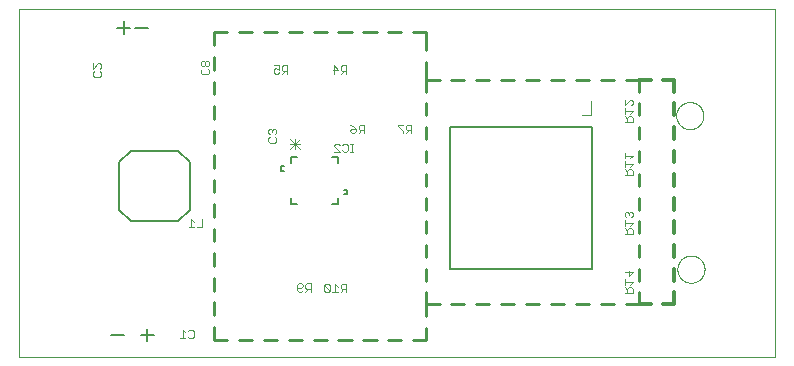
<source format=gbo>
G75*
%MOIN*%
%OFA0B0*%
%FSLAX25Y25*%
%IPPOS*%
%LPD*%
%AMOC8*
5,1,8,0,0,1.08239X$1,22.5*
%
%ADD10C,0.00000*%
%ADD11C,0.01000*%
%ADD12C,0.01181*%
%ADD13C,0.00600*%
%ADD14C,0.00200*%
%ADD15C,0.00500*%
%ADD16C,0.00300*%
%ADD17C,0.00400*%
D10*
X0001500Y0059133D02*
X0001500Y0175274D01*
X0253469Y0175274D01*
X0253469Y0059133D01*
X0001500Y0059133D01*
X0220988Y0088503D02*
X0220990Y0088637D01*
X0220996Y0088771D01*
X0221006Y0088905D01*
X0221020Y0089039D01*
X0221038Y0089172D01*
X0221059Y0089304D01*
X0221085Y0089436D01*
X0221115Y0089567D01*
X0221148Y0089697D01*
X0221185Y0089825D01*
X0221227Y0089953D01*
X0221271Y0090080D01*
X0221320Y0090205D01*
X0221372Y0090328D01*
X0221428Y0090450D01*
X0221488Y0090571D01*
X0221551Y0090689D01*
X0221617Y0090806D01*
X0221687Y0090920D01*
X0221760Y0091033D01*
X0221837Y0091143D01*
X0221917Y0091251D01*
X0222000Y0091356D01*
X0222086Y0091459D01*
X0222175Y0091559D01*
X0222267Y0091657D01*
X0222362Y0091752D01*
X0222460Y0091844D01*
X0222560Y0091933D01*
X0222663Y0092019D01*
X0222768Y0092102D01*
X0222876Y0092182D01*
X0222986Y0092259D01*
X0223099Y0092332D01*
X0223213Y0092402D01*
X0223330Y0092468D01*
X0223448Y0092531D01*
X0223569Y0092591D01*
X0223691Y0092647D01*
X0223814Y0092699D01*
X0223939Y0092748D01*
X0224066Y0092792D01*
X0224194Y0092834D01*
X0224322Y0092871D01*
X0224452Y0092904D01*
X0224583Y0092934D01*
X0224715Y0092960D01*
X0224847Y0092981D01*
X0224980Y0092999D01*
X0225114Y0093013D01*
X0225248Y0093023D01*
X0225382Y0093029D01*
X0225516Y0093031D01*
X0225650Y0093029D01*
X0225784Y0093023D01*
X0225918Y0093013D01*
X0226052Y0092999D01*
X0226185Y0092981D01*
X0226317Y0092960D01*
X0226449Y0092934D01*
X0226580Y0092904D01*
X0226710Y0092871D01*
X0226838Y0092834D01*
X0226966Y0092792D01*
X0227093Y0092748D01*
X0227218Y0092699D01*
X0227341Y0092647D01*
X0227463Y0092591D01*
X0227584Y0092531D01*
X0227702Y0092468D01*
X0227819Y0092402D01*
X0227933Y0092332D01*
X0228046Y0092259D01*
X0228156Y0092182D01*
X0228264Y0092102D01*
X0228369Y0092019D01*
X0228472Y0091933D01*
X0228572Y0091844D01*
X0228670Y0091752D01*
X0228765Y0091657D01*
X0228857Y0091559D01*
X0228946Y0091459D01*
X0229032Y0091356D01*
X0229115Y0091251D01*
X0229195Y0091143D01*
X0229272Y0091033D01*
X0229345Y0090920D01*
X0229415Y0090806D01*
X0229481Y0090689D01*
X0229544Y0090571D01*
X0229604Y0090450D01*
X0229660Y0090328D01*
X0229712Y0090205D01*
X0229761Y0090080D01*
X0229805Y0089953D01*
X0229847Y0089825D01*
X0229884Y0089697D01*
X0229917Y0089567D01*
X0229947Y0089436D01*
X0229973Y0089304D01*
X0229994Y0089172D01*
X0230012Y0089039D01*
X0230026Y0088905D01*
X0230036Y0088771D01*
X0230042Y0088637D01*
X0230044Y0088503D01*
X0230042Y0088369D01*
X0230036Y0088235D01*
X0230026Y0088101D01*
X0230012Y0087967D01*
X0229994Y0087834D01*
X0229973Y0087702D01*
X0229947Y0087570D01*
X0229917Y0087439D01*
X0229884Y0087309D01*
X0229847Y0087181D01*
X0229805Y0087053D01*
X0229761Y0086926D01*
X0229712Y0086801D01*
X0229660Y0086678D01*
X0229604Y0086556D01*
X0229544Y0086435D01*
X0229481Y0086317D01*
X0229415Y0086200D01*
X0229345Y0086086D01*
X0229272Y0085973D01*
X0229195Y0085863D01*
X0229115Y0085755D01*
X0229032Y0085650D01*
X0228946Y0085547D01*
X0228857Y0085447D01*
X0228765Y0085349D01*
X0228670Y0085254D01*
X0228572Y0085162D01*
X0228472Y0085073D01*
X0228369Y0084987D01*
X0228264Y0084904D01*
X0228156Y0084824D01*
X0228046Y0084747D01*
X0227933Y0084674D01*
X0227819Y0084604D01*
X0227702Y0084538D01*
X0227584Y0084475D01*
X0227463Y0084415D01*
X0227341Y0084359D01*
X0227218Y0084307D01*
X0227093Y0084258D01*
X0226966Y0084214D01*
X0226838Y0084172D01*
X0226710Y0084135D01*
X0226580Y0084102D01*
X0226449Y0084072D01*
X0226317Y0084046D01*
X0226185Y0084025D01*
X0226052Y0084007D01*
X0225918Y0083993D01*
X0225784Y0083983D01*
X0225650Y0083977D01*
X0225516Y0083975D01*
X0225382Y0083977D01*
X0225248Y0083983D01*
X0225114Y0083993D01*
X0224980Y0084007D01*
X0224847Y0084025D01*
X0224715Y0084046D01*
X0224583Y0084072D01*
X0224452Y0084102D01*
X0224322Y0084135D01*
X0224194Y0084172D01*
X0224066Y0084214D01*
X0223939Y0084258D01*
X0223814Y0084307D01*
X0223691Y0084359D01*
X0223569Y0084415D01*
X0223448Y0084475D01*
X0223330Y0084538D01*
X0223213Y0084604D01*
X0223099Y0084674D01*
X0222986Y0084747D01*
X0222876Y0084824D01*
X0222768Y0084904D01*
X0222663Y0084987D01*
X0222560Y0085073D01*
X0222460Y0085162D01*
X0222362Y0085254D01*
X0222267Y0085349D01*
X0222175Y0085447D01*
X0222086Y0085547D01*
X0222000Y0085650D01*
X0221917Y0085755D01*
X0221837Y0085863D01*
X0221760Y0085973D01*
X0221687Y0086086D01*
X0221617Y0086200D01*
X0221551Y0086317D01*
X0221488Y0086435D01*
X0221428Y0086556D01*
X0221372Y0086678D01*
X0221320Y0086801D01*
X0221271Y0086926D01*
X0221227Y0087053D01*
X0221185Y0087181D01*
X0221148Y0087309D01*
X0221115Y0087439D01*
X0221085Y0087570D01*
X0221059Y0087702D01*
X0221038Y0087834D01*
X0221020Y0087967D01*
X0221006Y0088101D01*
X0220996Y0088235D01*
X0220990Y0088369D01*
X0220988Y0088503D01*
X0220594Y0139684D02*
X0220596Y0139818D01*
X0220602Y0139952D01*
X0220612Y0140086D01*
X0220626Y0140220D01*
X0220644Y0140353D01*
X0220665Y0140485D01*
X0220691Y0140617D01*
X0220721Y0140748D01*
X0220754Y0140878D01*
X0220791Y0141006D01*
X0220833Y0141134D01*
X0220877Y0141261D01*
X0220926Y0141386D01*
X0220978Y0141509D01*
X0221034Y0141631D01*
X0221094Y0141752D01*
X0221157Y0141870D01*
X0221223Y0141987D01*
X0221293Y0142101D01*
X0221366Y0142214D01*
X0221443Y0142324D01*
X0221523Y0142432D01*
X0221606Y0142537D01*
X0221692Y0142640D01*
X0221781Y0142740D01*
X0221873Y0142838D01*
X0221968Y0142933D01*
X0222066Y0143025D01*
X0222166Y0143114D01*
X0222269Y0143200D01*
X0222374Y0143283D01*
X0222482Y0143363D01*
X0222592Y0143440D01*
X0222705Y0143513D01*
X0222819Y0143583D01*
X0222936Y0143649D01*
X0223054Y0143712D01*
X0223175Y0143772D01*
X0223297Y0143828D01*
X0223420Y0143880D01*
X0223545Y0143929D01*
X0223672Y0143973D01*
X0223800Y0144015D01*
X0223928Y0144052D01*
X0224058Y0144085D01*
X0224189Y0144115D01*
X0224321Y0144141D01*
X0224453Y0144162D01*
X0224586Y0144180D01*
X0224720Y0144194D01*
X0224854Y0144204D01*
X0224988Y0144210D01*
X0225122Y0144212D01*
X0225256Y0144210D01*
X0225390Y0144204D01*
X0225524Y0144194D01*
X0225658Y0144180D01*
X0225791Y0144162D01*
X0225923Y0144141D01*
X0226055Y0144115D01*
X0226186Y0144085D01*
X0226316Y0144052D01*
X0226444Y0144015D01*
X0226572Y0143973D01*
X0226699Y0143929D01*
X0226824Y0143880D01*
X0226947Y0143828D01*
X0227069Y0143772D01*
X0227190Y0143712D01*
X0227308Y0143649D01*
X0227425Y0143583D01*
X0227539Y0143513D01*
X0227652Y0143440D01*
X0227762Y0143363D01*
X0227870Y0143283D01*
X0227975Y0143200D01*
X0228078Y0143114D01*
X0228178Y0143025D01*
X0228276Y0142933D01*
X0228371Y0142838D01*
X0228463Y0142740D01*
X0228552Y0142640D01*
X0228638Y0142537D01*
X0228721Y0142432D01*
X0228801Y0142324D01*
X0228878Y0142214D01*
X0228951Y0142101D01*
X0229021Y0141987D01*
X0229087Y0141870D01*
X0229150Y0141752D01*
X0229210Y0141631D01*
X0229266Y0141509D01*
X0229318Y0141386D01*
X0229367Y0141261D01*
X0229411Y0141134D01*
X0229453Y0141006D01*
X0229490Y0140878D01*
X0229523Y0140748D01*
X0229553Y0140617D01*
X0229579Y0140485D01*
X0229600Y0140353D01*
X0229618Y0140220D01*
X0229632Y0140086D01*
X0229642Y0139952D01*
X0229648Y0139818D01*
X0229650Y0139684D01*
X0229648Y0139550D01*
X0229642Y0139416D01*
X0229632Y0139282D01*
X0229618Y0139148D01*
X0229600Y0139015D01*
X0229579Y0138883D01*
X0229553Y0138751D01*
X0229523Y0138620D01*
X0229490Y0138490D01*
X0229453Y0138362D01*
X0229411Y0138234D01*
X0229367Y0138107D01*
X0229318Y0137982D01*
X0229266Y0137859D01*
X0229210Y0137737D01*
X0229150Y0137616D01*
X0229087Y0137498D01*
X0229021Y0137381D01*
X0228951Y0137267D01*
X0228878Y0137154D01*
X0228801Y0137044D01*
X0228721Y0136936D01*
X0228638Y0136831D01*
X0228552Y0136728D01*
X0228463Y0136628D01*
X0228371Y0136530D01*
X0228276Y0136435D01*
X0228178Y0136343D01*
X0228078Y0136254D01*
X0227975Y0136168D01*
X0227870Y0136085D01*
X0227762Y0136005D01*
X0227652Y0135928D01*
X0227539Y0135855D01*
X0227425Y0135785D01*
X0227308Y0135719D01*
X0227190Y0135656D01*
X0227069Y0135596D01*
X0226947Y0135540D01*
X0226824Y0135488D01*
X0226699Y0135439D01*
X0226572Y0135395D01*
X0226444Y0135353D01*
X0226316Y0135316D01*
X0226186Y0135283D01*
X0226055Y0135253D01*
X0225923Y0135227D01*
X0225791Y0135206D01*
X0225658Y0135188D01*
X0225524Y0135174D01*
X0225390Y0135164D01*
X0225256Y0135158D01*
X0225122Y0135156D01*
X0224988Y0135158D01*
X0224854Y0135164D01*
X0224720Y0135174D01*
X0224586Y0135188D01*
X0224453Y0135206D01*
X0224321Y0135227D01*
X0224189Y0135253D01*
X0224058Y0135283D01*
X0223928Y0135316D01*
X0223800Y0135353D01*
X0223672Y0135395D01*
X0223545Y0135439D01*
X0223420Y0135488D01*
X0223297Y0135540D01*
X0223175Y0135596D01*
X0223054Y0135656D01*
X0222936Y0135719D01*
X0222819Y0135785D01*
X0222705Y0135855D01*
X0222592Y0135928D01*
X0222482Y0136005D01*
X0222374Y0136085D01*
X0222269Y0136168D01*
X0222166Y0136254D01*
X0222066Y0136343D01*
X0221968Y0136435D01*
X0221873Y0136530D01*
X0221781Y0136628D01*
X0221692Y0136728D01*
X0221606Y0136831D01*
X0221523Y0136936D01*
X0221443Y0137044D01*
X0221366Y0137154D01*
X0221293Y0137267D01*
X0221223Y0137381D01*
X0221157Y0137498D01*
X0221094Y0137616D01*
X0221034Y0137737D01*
X0220978Y0137859D01*
X0220926Y0137982D01*
X0220877Y0138107D01*
X0220833Y0138234D01*
X0220791Y0138362D01*
X0220754Y0138490D01*
X0220721Y0138620D01*
X0220691Y0138751D01*
X0220665Y0138883D01*
X0220644Y0139015D01*
X0220626Y0139148D01*
X0220612Y0139282D01*
X0220602Y0139416D01*
X0220596Y0139550D01*
X0220594Y0139684D01*
D11*
X0208193Y0139841D02*
X0208193Y0143778D01*
X0208193Y0147715D02*
X0208193Y0151652D01*
X0203818Y0151652D01*
X0199881Y0151652D02*
X0195507Y0151652D01*
X0191570Y0151652D02*
X0187196Y0151652D01*
X0183259Y0151652D02*
X0178884Y0151652D01*
X0174947Y0151652D02*
X0170573Y0151652D01*
X0166636Y0151652D02*
X0162261Y0151652D01*
X0158324Y0151652D02*
X0153950Y0151652D01*
X0150013Y0151652D02*
X0145638Y0151652D01*
X0141701Y0151652D02*
X0137327Y0151652D01*
X0137327Y0157558D01*
X0137327Y0161495D02*
X0137327Y0167400D01*
X0132952Y0167400D01*
X0129015Y0167400D02*
X0124641Y0167400D01*
X0120704Y0167400D02*
X0116329Y0167400D01*
X0112392Y0167400D02*
X0108018Y0167400D01*
X0104081Y0167400D02*
X0099706Y0167400D01*
X0095769Y0167400D02*
X0091395Y0167400D01*
X0087458Y0167400D02*
X0083084Y0167400D01*
X0079147Y0167400D02*
X0074772Y0167400D01*
X0070835Y0167400D02*
X0066461Y0167400D01*
X0066461Y0163161D01*
X0066461Y0159224D02*
X0066461Y0154984D01*
X0066461Y0151047D02*
X0066461Y0146807D01*
X0066461Y0142870D02*
X0066461Y0138630D01*
X0066461Y0134693D02*
X0066461Y0130453D01*
X0066461Y0126516D02*
X0066461Y0122276D01*
X0066461Y0118339D02*
X0066461Y0114099D01*
X0066461Y0110162D02*
X0066461Y0105923D01*
X0066461Y0101986D02*
X0066461Y0097746D01*
X0066461Y0093809D02*
X0066461Y0089569D01*
X0066461Y0085632D02*
X0066461Y0081392D01*
X0066461Y0077455D02*
X0066461Y0073215D01*
X0066461Y0069278D02*
X0066461Y0065038D01*
X0070835Y0065038D01*
X0074772Y0065038D02*
X0079147Y0065038D01*
X0083084Y0065038D02*
X0087458Y0065038D01*
X0091395Y0065038D02*
X0095769Y0065038D01*
X0099706Y0065038D02*
X0104081Y0065038D01*
X0108018Y0065038D02*
X0112392Y0065038D01*
X0116329Y0065038D02*
X0120704Y0065038D01*
X0124641Y0065038D02*
X0129015Y0065038D01*
X0132952Y0065038D02*
X0137327Y0065038D01*
X0137327Y0068975D01*
X0137327Y0072912D02*
X0137327Y0076849D01*
X0141701Y0076849D01*
X0145638Y0076849D02*
X0150013Y0076849D01*
X0153950Y0076849D02*
X0158324Y0076849D01*
X0162261Y0076849D02*
X0166636Y0076849D01*
X0170573Y0076849D02*
X0174947Y0076849D01*
X0178884Y0076849D02*
X0183259Y0076849D01*
X0187196Y0076849D02*
X0191570Y0076849D01*
X0195507Y0076849D02*
X0199881Y0076849D01*
X0203818Y0076849D02*
X0208193Y0076849D01*
X0208193Y0080786D01*
X0208193Y0084723D02*
X0208193Y0088660D01*
X0208193Y0092597D02*
X0208193Y0096534D01*
X0208193Y0100471D02*
X0208193Y0104408D01*
X0208193Y0108345D02*
X0208193Y0112282D01*
X0208193Y0116219D02*
X0208193Y0120156D01*
X0208193Y0124093D02*
X0208193Y0128030D01*
X0208193Y0131967D02*
X0208193Y0135904D01*
X0137327Y0135904D02*
X0137327Y0131967D01*
X0137327Y0128030D02*
X0137327Y0124093D01*
X0137327Y0120156D02*
X0137327Y0116219D01*
X0137327Y0112282D02*
X0137327Y0108345D01*
X0137327Y0104408D02*
X0137327Y0100471D01*
X0137327Y0096534D02*
X0137327Y0092597D01*
X0137327Y0088660D02*
X0137327Y0084723D01*
X0137327Y0080786D02*
X0137327Y0076849D01*
X0137327Y0139841D02*
X0137327Y0143778D01*
X0137327Y0147715D02*
X0137327Y0151652D01*
D12*
X0208193Y0151652D02*
X0212130Y0151652D01*
X0216067Y0151652D02*
X0220004Y0151652D01*
X0220004Y0147715D01*
X0220004Y0143778D02*
X0220004Y0139841D01*
X0220004Y0135904D02*
X0220004Y0131967D01*
X0220004Y0128030D02*
X0220004Y0124093D01*
X0220004Y0120156D02*
X0220004Y0116219D01*
X0220004Y0112282D02*
X0220004Y0108345D01*
X0220004Y0104408D02*
X0220004Y0100471D01*
X0220004Y0096534D02*
X0220004Y0092597D01*
X0220004Y0088660D02*
X0220004Y0084723D01*
X0220004Y0080786D02*
X0220004Y0076849D01*
X0216067Y0076849D01*
X0212130Y0076849D02*
X0208193Y0076849D01*
D13*
X0110925Y0113488D02*
X0109925Y0113488D01*
X0110925Y0113488D02*
X0110925Y0114988D01*
X0109925Y0114988D01*
X0107725Y0112388D02*
X0107725Y0110388D01*
X0105725Y0110388D01*
X0094125Y0110388D02*
X0092125Y0110388D01*
X0092125Y0112388D01*
X0089925Y0121388D02*
X0088925Y0121388D01*
X0088925Y0122888D01*
X0089925Y0122888D01*
X0092125Y0123988D02*
X0092125Y0125988D01*
X0094125Y0125988D01*
X0105725Y0125988D02*
X0107725Y0125988D01*
X0107725Y0123988D01*
X0044507Y0168935D02*
X0040237Y0168935D01*
X0038602Y0168935D02*
X0034331Y0168935D01*
X0036466Y0171070D02*
X0036466Y0166800D01*
X0044340Y0068708D02*
X0044340Y0064437D01*
X0042205Y0066572D02*
X0046476Y0066572D01*
X0036633Y0066572D02*
X0032363Y0066572D01*
D14*
X0055156Y0065571D02*
X0056993Y0065571D01*
X0056075Y0065571D02*
X0056075Y0068326D01*
X0056993Y0067408D01*
X0057875Y0067867D02*
X0058334Y0068326D01*
X0059253Y0068326D01*
X0059712Y0067867D01*
X0059712Y0066030D01*
X0059253Y0065571D01*
X0058334Y0065571D01*
X0057875Y0066030D01*
X0094270Y0081464D02*
X0094270Y0083300D01*
X0094730Y0083759D01*
X0095648Y0083759D01*
X0096107Y0083300D01*
X0096107Y0082841D01*
X0095648Y0082382D01*
X0094270Y0082382D01*
X0094270Y0081464D02*
X0094730Y0081004D01*
X0095648Y0081004D01*
X0096107Y0081464D01*
X0096989Y0081004D02*
X0097908Y0081923D01*
X0097448Y0081923D02*
X0098826Y0081923D01*
X0098826Y0081004D02*
X0098826Y0083759D01*
X0097448Y0083759D01*
X0096989Y0083300D01*
X0096989Y0082382D01*
X0097448Y0081923D01*
X0103286Y0081345D02*
X0103745Y0080886D01*
X0104664Y0080886D01*
X0105123Y0081345D01*
X0103286Y0083182D01*
X0103286Y0081345D01*
X0105123Y0081345D02*
X0105123Y0083182D01*
X0104664Y0083641D01*
X0103745Y0083641D01*
X0103286Y0083182D01*
X0106005Y0080886D02*
X0107842Y0080886D01*
X0108724Y0080886D02*
X0109642Y0081805D01*
X0109183Y0081805D02*
X0110561Y0081805D01*
X0110561Y0080886D02*
X0110561Y0083641D01*
X0109183Y0083641D01*
X0108724Y0083182D01*
X0108724Y0082264D01*
X0109183Y0081805D01*
X0107842Y0082723D02*
X0106923Y0083641D01*
X0106923Y0080886D01*
X0062664Y0102540D02*
X0060828Y0102540D01*
X0059946Y0102540D02*
X0058109Y0102540D01*
X0059027Y0102540D02*
X0059027Y0105295D01*
X0059946Y0104377D01*
X0062664Y0105295D02*
X0062664Y0102540D01*
X0085051Y0130685D02*
X0084592Y0131144D01*
X0084592Y0132062D01*
X0085051Y0132522D01*
X0085051Y0133404D02*
X0084592Y0133863D01*
X0084592Y0134781D01*
X0085051Y0135240D01*
X0085510Y0135240D01*
X0085970Y0134781D01*
X0085970Y0134322D01*
X0085970Y0134781D02*
X0086429Y0135240D01*
X0086888Y0135240D01*
X0087347Y0134781D01*
X0087347Y0133863D01*
X0086888Y0133404D01*
X0086888Y0132522D02*
X0087347Y0132062D01*
X0087347Y0131144D01*
X0086888Y0130685D01*
X0085051Y0130685D01*
X0111987Y0134416D02*
X0111987Y0134876D01*
X0112446Y0135335D01*
X0113824Y0135335D01*
X0113824Y0134416D01*
X0113364Y0133957D01*
X0112446Y0133957D01*
X0111987Y0134416D01*
X0112905Y0136253D02*
X0113824Y0135335D01*
X0114706Y0135335D02*
X0115165Y0134876D01*
X0116542Y0134876D01*
X0115624Y0134876D02*
X0114706Y0133957D01*
X0114706Y0135335D02*
X0114706Y0136253D01*
X0115165Y0136712D01*
X0116542Y0136712D01*
X0116542Y0133957D01*
X0112905Y0136253D02*
X0111987Y0136712D01*
X0127735Y0136712D02*
X0127735Y0136253D01*
X0129572Y0134416D01*
X0129572Y0133957D01*
X0130454Y0133957D02*
X0131372Y0134876D01*
X0130913Y0134876D02*
X0132290Y0134876D01*
X0132290Y0133957D02*
X0132290Y0136712D01*
X0130913Y0136712D01*
X0130454Y0136253D01*
X0130454Y0135335D01*
X0130913Y0134876D01*
X0129572Y0136712D02*
X0127735Y0136712D01*
X0110637Y0153642D02*
X0110637Y0156397D01*
X0109259Y0156397D01*
X0108800Y0155938D01*
X0108800Y0155020D01*
X0109259Y0154561D01*
X0110637Y0154561D01*
X0109719Y0154561D02*
X0108800Y0153642D01*
X0107918Y0155020D02*
X0106081Y0155020D01*
X0106541Y0156397D02*
X0107918Y0155020D01*
X0106541Y0156397D02*
X0106541Y0153642D01*
X0090952Y0153642D02*
X0090952Y0156397D01*
X0089574Y0156397D01*
X0089115Y0155938D01*
X0089115Y0155020D01*
X0089574Y0154561D01*
X0090952Y0154561D01*
X0090034Y0154561D02*
X0089115Y0153642D01*
X0088233Y0154101D02*
X0087774Y0153642D01*
X0086855Y0153642D01*
X0086396Y0154101D01*
X0086396Y0155020D01*
X0086855Y0155479D01*
X0087315Y0155479D01*
X0088233Y0155020D01*
X0088233Y0156397D01*
X0086396Y0156397D01*
X0064946Y0156623D02*
X0064946Y0157542D01*
X0064486Y0158001D01*
X0064027Y0158001D01*
X0063568Y0157542D01*
X0063568Y0156623D01*
X0064027Y0156164D01*
X0064486Y0156164D01*
X0064946Y0156623D01*
X0063568Y0156623D02*
X0063109Y0156164D01*
X0062650Y0156164D01*
X0062191Y0156623D01*
X0062191Y0157542D01*
X0062650Y0158001D01*
X0063109Y0158001D01*
X0063568Y0157542D01*
X0062650Y0155282D02*
X0062191Y0154823D01*
X0062191Y0153905D01*
X0062650Y0153445D01*
X0064486Y0153445D01*
X0064946Y0153905D01*
X0064946Y0154823D01*
X0064486Y0155282D01*
X0028922Y0155792D02*
X0028463Y0155333D01*
X0028922Y0155792D02*
X0028922Y0156710D01*
X0028463Y0157170D01*
X0028004Y0157170D01*
X0026167Y0155333D01*
X0026167Y0157170D01*
X0026626Y0154451D02*
X0026167Y0153991D01*
X0026167Y0153073D01*
X0026626Y0152614D01*
X0028463Y0152614D01*
X0028922Y0153073D01*
X0028922Y0153991D01*
X0028463Y0154451D01*
X0203372Y0144945D02*
X0203372Y0143108D01*
X0205208Y0144945D01*
X0205668Y0144945D01*
X0206127Y0144486D01*
X0206127Y0143568D01*
X0205668Y0143108D01*
X0206127Y0141308D02*
X0203372Y0141308D01*
X0203372Y0140390D02*
X0203372Y0142226D01*
X0205208Y0140390D02*
X0206127Y0141308D01*
X0205668Y0139507D02*
X0204749Y0139507D01*
X0204290Y0139048D01*
X0204290Y0137671D01*
X0204290Y0138589D02*
X0203372Y0139507D01*
X0203372Y0137671D02*
X0206127Y0137671D01*
X0206127Y0139048D01*
X0205668Y0139507D01*
X0203372Y0127268D02*
X0203372Y0125431D01*
X0203372Y0124549D02*
X0203372Y0122712D01*
X0203372Y0121830D02*
X0204290Y0120912D01*
X0204290Y0121371D02*
X0204290Y0119993D01*
X0203372Y0119993D02*
X0206127Y0119993D01*
X0206127Y0121371D01*
X0205668Y0121830D01*
X0204749Y0121830D01*
X0204290Y0121371D01*
X0205208Y0122712D02*
X0206127Y0123631D01*
X0203372Y0123631D01*
X0205208Y0125431D02*
X0206127Y0126350D01*
X0203372Y0126350D01*
X0203831Y0107583D02*
X0203372Y0107124D01*
X0203372Y0106205D01*
X0203831Y0105746D01*
X0203372Y0104864D02*
X0203372Y0103027D01*
X0203372Y0102145D02*
X0204290Y0101227D01*
X0204290Y0101686D02*
X0204290Y0100308D01*
X0203372Y0100308D02*
X0206127Y0100308D01*
X0206127Y0101686D01*
X0205668Y0102145D01*
X0204749Y0102145D01*
X0204290Y0101686D01*
X0205208Y0103027D02*
X0206127Y0103946D01*
X0203372Y0103946D01*
X0205668Y0105746D02*
X0206127Y0106205D01*
X0206127Y0107124D01*
X0205668Y0107583D01*
X0205208Y0107583D01*
X0204749Y0107124D01*
X0204290Y0107583D01*
X0203831Y0107583D01*
X0204749Y0107124D02*
X0204749Y0106665D01*
X0204749Y0087898D02*
X0204749Y0086061D01*
X0206127Y0087439D01*
X0203372Y0087439D01*
X0203372Y0085179D02*
X0203372Y0083342D01*
X0203372Y0082460D02*
X0204290Y0081542D01*
X0204290Y0082001D02*
X0204290Y0080623D01*
X0203372Y0080623D02*
X0206127Y0080623D01*
X0206127Y0082001D01*
X0205668Y0082460D01*
X0204749Y0082460D01*
X0204290Y0082001D01*
X0205208Y0083342D02*
X0206127Y0084261D01*
X0203372Y0084261D01*
D15*
X0192445Y0088660D02*
X0192445Y0135904D01*
X0145201Y0135904D01*
X0145201Y0088660D01*
X0192445Y0088660D01*
X0058587Y0108345D02*
X0054650Y0104408D01*
X0038902Y0104408D01*
X0034965Y0108345D01*
X0034965Y0124093D01*
X0038902Y0128030D01*
X0054650Y0128030D01*
X0058587Y0124093D01*
X0058587Y0108345D01*
D16*
X0091955Y0128702D02*
X0095091Y0131838D01*
X0093523Y0131838D02*
X0093523Y0128702D01*
X0095091Y0128702D02*
X0091955Y0131838D01*
X0091955Y0130270D02*
X0095091Y0130270D01*
X0106598Y0129909D02*
X0106598Y0129466D01*
X0108368Y0127696D01*
X0106598Y0127696D01*
X0106598Y0129909D02*
X0107041Y0130351D01*
X0107926Y0130351D01*
X0108368Y0129909D01*
X0109317Y0129909D02*
X0109760Y0130351D01*
X0110645Y0130351D01*
X0111087Y0129909D01*
X0111087Y0128139D01*
X0110645Y0127696D01*
X0109760Y0127696D01*
X0109317Y0128139D01*
X0112015Y0127696D02*
X0112900Y0127696D01*
X0112457Y0127696D02*
X0112457Y0130351D01*
X0112015Y0130351D02*
X0112900Y0130351D01*
D17*
X0189176Y0140041D02*
X0192245Y0140041D01*
X0192245Y0144645D01*
M02*

</source>
